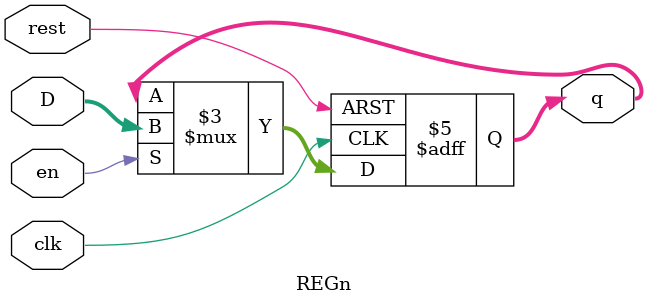
<source format=sv>
`timescale 1ns / 1ps


module REGn#(parameter n=8)( 
 input logic clk,
 input logic rest,
 input logic en,
 input logic [n-1:0]D,
 output logic [n-1:0]q
  );
   

 always @ (posedge clk,  negedge rest)
    begin
    if (rest == 0) 
    q<=1'b0 ;
    else if (en)
    q<=D;
    
    end
endmodule

</source>
